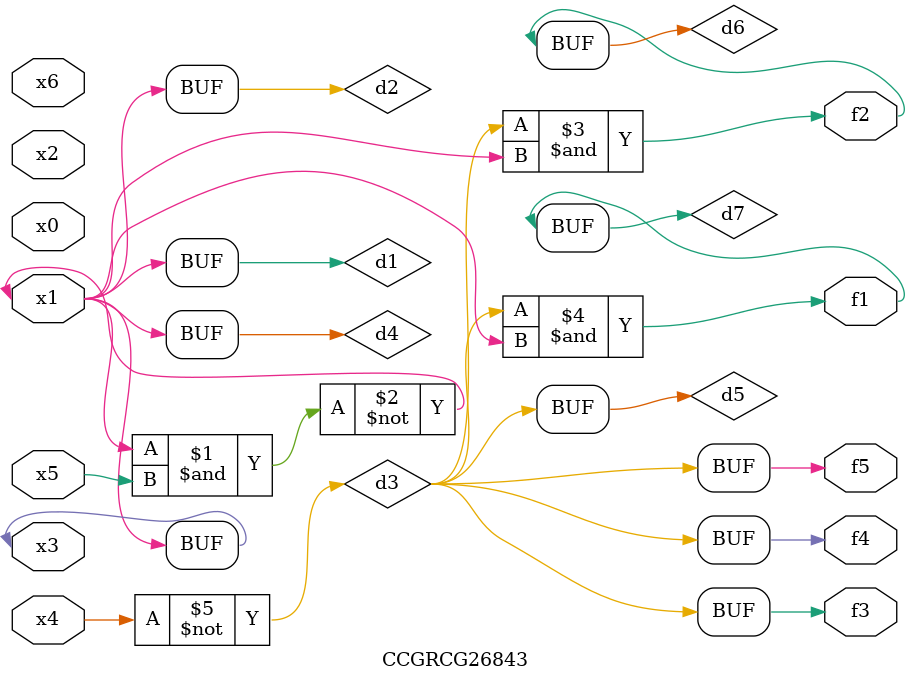
<source format=v>
module CCGRCG26843(
	input x0, x1, x2, x3, x4, x5, x6,
	output f1, f2, f3, f4, f5
);

	wire d1, d2, d3, d4, d5, d6, d7;

	buf (d1, x1, x3);
	nand (d2, x1, x5);
	not (d3, x4);
	buf (d4, d1, d2);
	buf (d5, d3);
	and (d6, d3, d4);
	and (d7, d3, d4);
	assign f1 = d7;
	assign f2 = d6;
	assign f3 = d5;
	assign f4 = d5;
	assign f5 = d5;
endmodule

</source>
